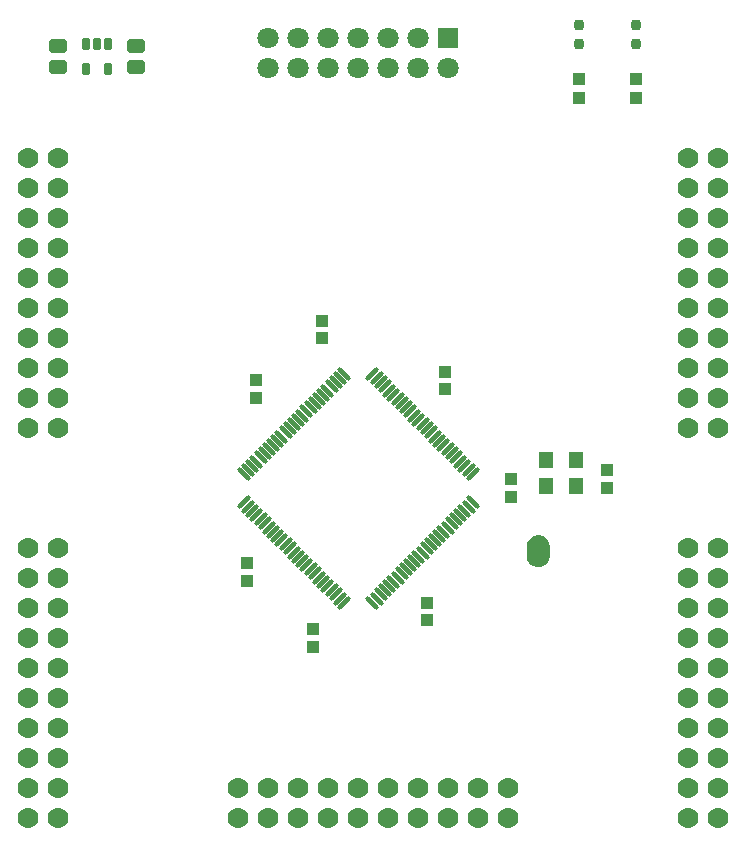
<source format=gts>
G04*
G04 #@! TF.GenerationSoftware,Altium Limited,Altium Designer,21.0.8 (223)*
G04*
G04 Layer_Color=8388736*
%FSLAX25Y25*%
%MOIN*%
G70*
G04*
G04 #@! TF.SameCoordinates,DCFDD46B-96D2-4464-8150-C36015641F01*
G04*
G04*
G04 #@! TF.FilePolarity,Negative*
G04*
G01*
G75*
G04:AMPARAMS|DCode=23|XSize=26.61mil|YSize=42.36mil|CornerRadius=7.4mil|HoleSize=0mil|Usage=FLASHONLY|Rotation=180.000|XOffset=0mil|YOffset=0mil|HoleType=Round|Shape=RoundedRectangle|*
%AMROUNDEDRECTD23*
21,1,0.02661,0.02756,0,0,180.0*
21,1,0.01181,0.04236,0,0,180.0*
1,1,0.01480,-0.00591,0.01378*
1,1,0.01480,0.00591,0.01378*
1,1,0.01480,0.00591,-0.01378*
1,1,0.01480,-0.00591,-0.01378*
%
%ADD23ROUNDEDRECTD23*%
%ADD24R,0.05024X0.05811*%
G04:AMPARAMS|DCode=25|XSize=48.27mil|YSize=60.08mil|CornerRadius=12.82mil|HoleSize=0mil|Usage=FLASHONLY|Rotation=270.000|XOffset=0mil|YOffset=0mil|HoleType=Round|Shape=RoundedRectangle|*
%AMROUNDEDRECTD25*
21,1,0.04827,0.03445,0,0,270.0*
21,1,0.02264,0.06008,0,0,270.0*
1,1,0.02563,-0.01722,-0.01132*
1,1,0.02563,-0.01722,0.01132*
1,1,0.02563,0.01722,0.01132*
1,1,0.02563,0.01722,-0.01132*
%
%ADD25ROUNDEDRECTD25*%
%ADD26R,0.04236X0.04433*%
G04:AMPARAMS|DCode=27|XSize=14.8mil|YSize=58.11mil|CornerRadius=0mil|HoleSize=0mil|Usage=FLASHONLY|Rotation=225.000|XOffset=0mil|YOffset=0mil|HoleType=Round|Shape=Round|*
%AMOVALD27*
21,1,0.04331,0.01480,0.00000,0.00000,315.0*
1,1,0.01480,-0.01531,0.01531*
1,1,0.01480,0.01531,-0.01531*
%
%ADD27OVALD27*%

G04:AMPARAMS|DCode=28|XSize=14.8mil|YSize=58.11mil|CornerRadius=0mil|HoleSize=0mil|Usage=FLASHONLY|Rotation=135.000|XOffset=0mil|YOffset=0mil|HoleType=Round|Shape=Round|*
%AMOVALD28*
21,1,0.04331,0.01480,0.00000,0.00000,225.0*
1,1,0.01480,0.01531,0.01531*
1,1,0.01480,-0.01531,-0.01531*
%
%ADD28OVALD28*%

G04:AMPARAMS|DCode=29|XSize=34.49mil|YSize=32.52mil|CornerRadius=8.88mil|HoleSize=0mil|Usage=FLASHONLY|Rotation=270.000|XOffset=0mil|YOffset=0mil|HoleType=Round|Shape=RoundedRectangle|*
%AMROUNDEDRECTD29*
21,1,0.03449,0.01476,0,0,270.0*
21,1,0.01673,0.03252,0,0,270.0*
1,1,0.01776,-0.00738,-0.00837*
1,1,0.01776,-0.00738,0.00837*
1,1,0.01776,0.00738,0.00837*
1,1,0.01776,0.00738,-0.00837*
%
%ADD29ROUNDEDRECTD29*%
%ADD30R,0.04039X0.03842*%
%ADD31C,0.07099*%
%ADD32R,0.07099X0.07099*%
%ADD33C,0.06992*%
G36*
X213906Y127612D02*
Y130346D01*
X213908Y130861D01*
X213647Y131857D01*
X213136Y132750D01*
X212411Y133481D01*
X211522Y133999D01*
X210528Y134269D01*
X209499Y134272D01*
X208504Y134007D01*
X207611Y133494D01*
X206882Y132767D01*
X206367Y131876D01*
X206100Y130882D01*
Y130368D01*
D01*
X206100Y127632D01*
X206097Y127118D01*
X206359Y126122D01*
X206869Y125228D01*
X207594Y124498D01*
X208484Y123980D01*
X209477Y123710D01*
X210507Y123707D01*
X211502Y123972D01*
X212394Y124485D01*
X213123Y125212D01*
X213639Y126103D01*
X213906Y127097D01*
Y127612D01*
D01*
D02*
G37*
D23*
X66740Y298173D02*
D03*
X63000D02*
D03*
X59260D02*
D03*
X66740Y289827D02*
D03*
X59260D02*
D03*
D24*
X222500Y159331D02*
D03*
X212500D02*
D03*
Y150669D02*
D03*
X222500D02*
D03*
D25*
X76000Y290457D02*
D03*
Y297543D02*
D03*
X50000D02*
D03*
Y290457D02*
D03*
D26*
X233000Y155953D02*
D03*
Y150047D02*
D03*
X116000Y185953D02*
D03*
Y180047D02*
D03*
X138000Y200000D02*
D03*
Y205906D02*
D03*
X179000Y183000D02*
D03*
Y188906D02*
D03*
X201000Y152953D02*
D03*
Y147047D02*
D03*
X172828Y105955D02*
D03*
Y111861D02*
D03*
X134900Y103153D02*
D03*
Y97247D02*
D03*
X113000Y119047D02*
D03*
Y124953D02*
D03*
D27*
X154733Y111861D02*
D03*
X156124Y113253D02*
D03*
X157517Y114645D02*
D03*
X158908Y116037D02*
D03*
X160300Y117429D02*
D03*
X161692Y118821D02*
D03*
X163084Y120212D02*
D03*
X164476Y121604D02*
D03*
X165868Y122996D02*
D03*
X167260Y124388D02*
D03*
X168652Y125780D02*
D03*
X170044Y127172D02*
D03*
X171436Y128564D02*
D03*
X172828Y129956D02*
D03*
X174220Y131348D02*
D03*
X175612Y132740D02*
D03*
X177004Y134132D02*
D03*
X178396Y135524D02*
D03*
X179788Y136916D02*
D03*
X181179Y138308D02*
D03*
X182571Y139700D02*
D03*
X183963Y141092D02*
D03*
X185355Y142483D02*
D03*
X186747Y143876D02*
D03*
X188139Y145267D02*
D03*
X145267Y188139D02*
D03*
X143876Y186747D02*
D03*
X142483Y185355D02*
D03*
X141092Y183963D02*
D03*
X139700Y182571D02*
D03*
X138308Y181179D02*
D03*
X136916Y179788D02*
D03*
X135524Y178396D02*
D03*
X134132Y177004D02*
D03*
X132740Y175612D02*
D03*
X131348Y174220D02*
D03*
X129956Y172828D02*
D03*
X128564Y171436D02*
D03*
X127172Y170044D02*
D03*
X125780Y168652D02*
D03*
X124388Y167260D02*
D03*
X122996Y165868D02*
D03*
X121604Y164476D02*
D03*
X120212Y163084D02*
D03*
X118821Y161692D02*
D03*
X117429Y160300D02*
D03*
X116037Y158908D02*
D03*
X114645Y157517D02*
D03*
X113253Y156124D02*
D03*
X111861Y154733D02*
D03*
D28*
X188139D02*
D03*
X186747Y156124D02*
D03*
X185355Y157517D02*
D03*
X183963Y158908D02*
D03*
X182571Y160300D02*
D03*
X181179Y161692D02*
D03*
X179788Y163084D02*
D03*
X178396Y164476D02*
D03*
X177004Y165868D02*
D03*
X175612Y167260D02*
D03*
X174220Y168652D02*
D03*
X172828Y170044D02*
D03*
X171436Y171436D02*
D03*
X170044Y172828D02*
D03*
X168652Y174220D02*
D03*
X167260Y175612D02*
D03*
X165868Y177004D02*
D03*
X164476Y178396D02*
D03*
X163084Y179788D02*
D03*
X161692Y181179D02*
D03*
X160300Y182571D02*
D03*
X158908Y183963D02*
D03*
X157517Y185355D02*
D03*
X156124Y186747D02*
D03*
X154733Y188139D02*
D03*
X111861Y145267D02*
D03*
X113253Y143876D02*
D03*
X114645Y142483D02*
D03*
X116037Y141092D02*
D03*
X117429Y139700D02*
D03*
X118821Y138308D02*
D03*
X120212Y136916D02*
D03*
X121604Y135524D02*
D03*
X122996Y134132D02*
D03*
X124388Y132740D02*
D03*
X125780Y131348D02*
D03*
X127172Y129956D02*
D03*
X128564Y128564D02*
D03*
X129956Y127172D02*
D03*
X131348Y125780D02*
D03*
X132740Y124388D02*
D03*
X134132Y122996D02*
D03*
X135524Y121604D02*
D03*
X136916Y120212D02*
D03*
X138308Y118821D02*
D03*
X139700Y117429D02*
D03*
X141092Y116037D02*
D03*
X142483Y114645D02*
D03*
X143876Y113253D02*
D03*
X145267Y111861D02*
D03*
D29*
X223600Y304274D02*
D03*
Y297974D02*
D03*
X242600Y304274D02*
D03*
Y297974D02*
D03*
D30*
X223600Y279974D02*
D03*
Y286274D02*
D03*
X242600Y280124D02*
D03*
Y286423D02*
D03*
D31*
X120000Y290000D02*
D03*
Y300000D02*
D03*
X130000Y290000D02*
D03*
Y300000D02*
D03*
X140000Y290000D02*
D03*
Y300000D02*
D03*
X180000Y290000D02*
D03*
X170000Y300000D02*
D03*
Y290000D02*
D03*
X160000Y300000D02*
D03*
Y290000D02*
D03*
X150000Y300000D02*
D03*
Y290000D02*
D03*
D32*
X180000Y300000D02*
D03*
D33*
X110000Y50000D02*
D03*
X120000D02*
D03*
X130000D02*
D03*
X140000D02*
D03*
X150000D02*
D03*
X160000D02*
D03*
X110000Y40000D02*
D03*
X120000D02*
D03*
X130000D02*
D03*
X140000D02*
D03*
X150000D02*
D03*
X160000D02*
D03*
X170000D02*
D03*
X180000D02*
D03*
X190000D02*
D03*
X200000D02*
D03*
Y50000D02*
D03*
X190000D02*
D03*
X180000D02*
D03*
X170000D02*
D03*
X260000Y40000D02*
D03*
Y50000D02*
D03*
Y60000D02*
D03*
Y70000D02*
D03*
Y80000D02*
D03*
Y90000D02*
D03*
X270000Y40000D02*
D03*
Y50000D02*
D03*
Y60000D02*
D03*
Y70000D02*
D03*
Y80000D02*
D03*
Y90000D02*
D03*
Y100000D02*
D03*
Y110000D02*
D03*
Y120000D02*
D03*
Y130000D02*
D03*
X260000D02*
D03*
Y120000D02*
D03*
Y110000D02*
D03*
Y100000D02*
D03*
Y170000D02*
D03*
Y180000D02*
D03*
Y190000D02*
D03*
Y200000D02*
D03*
Y210000D02*
D03*
Y220000D02*
D03*
X270000Y170000D02*
D03*
Y180000D02*
D03*
Y190000D02*
D03*
Y200000D02*
D03*
Y210000D02*
D03*
Y220000D02*
D03*
Y230000D02*
D03*
Y240000D02*
D03*
Y250000D02*
D03*
Y260000D02*
D03*
X260000D02*
D03*
Y250000D02*
D03*
Y240000D02*
D03*
Y230000D02*
D03*
X50000Y260000D02*
D03*
Y250000D02*
D03*
Y240000D02*
D03*
Y230000D02*
D03*
Y220000D02*
D03*
Y210000D02*
D03*
X40000Y260000D02*
D03*
Y250000D02*
D03*
Y240000D02*
D03*
Y230000D02*
D03*
Y220000D02*
D03*
Y210000D02*
D03*
Y200000D02*
D03*
Y190000D02*
D03*
Y180000D02*
D03*
Y170000D02*
D03*
X50000D02*
D03*
Y180000D02*
D03*
Y190000D02*
D03*
Y200000D02*
D03*
Y130000D02*
D03*
Y120000D02*
D03*
Y110000D02*
D03*
Y100000D02*
D03*
Y90000D02*
D03*
Y80000D02*
D03*
X40000Y130000D02*
D03*
Y120000D02*
D03*
Y110000D02*
D03*
Y100000D02*
D03*
Y90000D02*
D03*
Y80000D02*
D03*
Y70000D02*
D03*
Y60000D02*
D03*
Y50000D02*
D03*
Y40000D02*
D03*
X50000D02*
D03*
Y50000D02*
D03*
Y60000D02*
D03*
Y70000D02*
D03*
M02*

</source>
